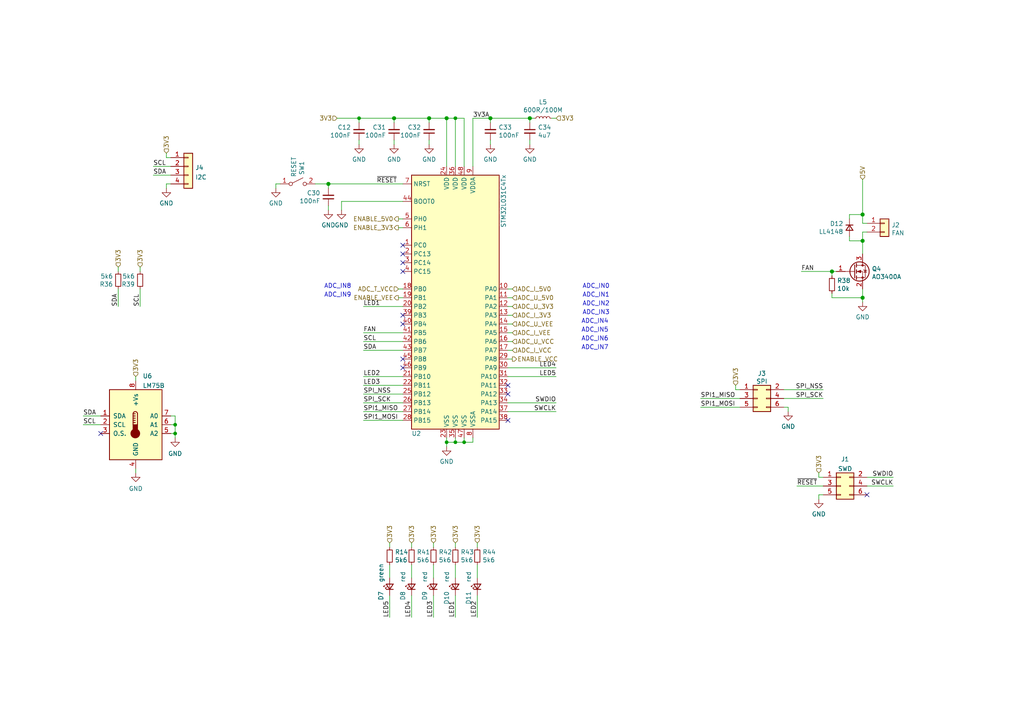
<source format=kicad_sch>
(kicad_sch (version 20211123) (generator eeschema)
  (paper "A4")
  (lib_symbols
    (symbol "Connector_Generic:Conn_01x02" (pin_names (offset 1.016) hide)
      (property "Reference" "J" (at 0 2.54 0))
      (property "Value" "Conn_01x02" (at 0 -5.08 0))
      (symbol "Conn_01x02_1_1"
        (rectangle (start -1.27 -2.413) (end 0 -2.667) (stroke (width 0.1524)))
        (rectangle (start -1.27 0.127) (end 0 -0.127) (stroke (width 0.1524)))
        (rectangle (start -1.27 1.27) (end 1.27 -3.81) (stroke (width 0.254)) (fill (type background)))
        (pin passive line (at -5.08 0 0) (length 3.81) (name "Pin_1") (number "1"))
        (pin passive line (at -5.08 -2.54 0) (length 3.81) (name "Pin_2") (number "2"))
      )
    )
    (symbol "Connector_Generic:Conn_01x04" (pin_names (offset 1.016) hide)
      (property "Reference" "J" (at 0 5.08 0))
      (property "Value" "Conn_01x04" (at 0 -7.62 0))
      (symbol "Conn_01x04_1_1"
        (rectangle (start -1.27 -4.953) (end 0 -5.207) (stroke (width 0.1524)))
        (rectangle (start -1.27 -2.413) (end 0 -2.667) (stroke (width 0.1524)))
        (rectangle (start -1.27 0.127) (end 0 -0.127) (stroke (width 0.1524)))
        (rectangle (start -1.27 2.667) (end 0 2.413) (stroke (width 0.1524)))
        (rectangle (start -1.27 3.81) (end 1.27 -6.35) (stroke (width 0.254)) (fill (type background)))
        (pin passive line (at -5.08 2.54 0) (length 3.81) (name "Pin_1") (number "1"))
        (pin passive line (at -5.08 0 0) (length 3.81) (name "Pin_2") (number "2"))
        (pin passive line (at -5.08 -2.54 0) (length 3.81) (name "Pin_3") (number "3"))
        (pin passive line (at -5.08 -5.08 0) (length 3.81) (name "Pin_4") (number "4"))
      )
    )
    (symbol "Connector_Generic:Conn_02x03_Odd_Even" (pin_names (offset 1.016) hide)
      (property "Reference" "J" (at 1.27 5.08 0))
      (property "Value" "Conn_02x03_Odd_Even" (at 1.27 -5.08 0))
      (symbol "Conn_02x03_Odd_Even_1_1"
        (rectangle (start -1.27 -2.413) (end 0 -2.667) (stroke (width 0.1524)))
        (rectangle (start -1.27 0.127) (end 0 -0.127) (stroke (width 0.1524)))
        (rectangle (start -1.27 2.667) (end 0 2.413) (stroke (width 0.1524)))
        (rectangle (start -1.27 3.81) (end 3.81 -3.81) (stroke (width 0.254)) (fill (type background)))
        (rectangle (start 3.81 -2.413) (end 2.54 -2.667) (stroke (width 0.1524)))
        (rectangle (start 3.81 0.127) (end 2.54 -0.127) (stroke (width 0.1524)))
        (rectangle (start 3.81 2.667) (end 2.54 2.413) (stroke (width 0.1524)))
        (pin passive line (at -5.08 2.54 0) (length 3.81) (name "Pin_1") (number "1"))
        (pin passive line (at 7.62 2.54 180) (length 3.81) (name "Pin_2") (number "2"))
        (pin passive line (at -5.08 0 0) (length 3.81) (name "Pin_3") (number "3"))
        (pin passive line (at 7.62 0 180) (length 3.81) (name "Pin_4") (number "4"))
        (pin passive line (at -5.08 -2.54 0) (length 3.81) (name "Pin_5") (number "5"))
        (pin passive line (at 7.62 -2.54 180) (length 3.81) (name "Pin_6") (number "6"))
      )
    )
    (symbol "Device:C_Small" (pin_numbers hide) (pin_names (offset 0.254) hide)
      (property "Reference" "C" (at 0.254 1.778 0))
      (property "Value" "C_Small" (at 0.254 -2.032 0))
      (symbol "C_Small_0_1"
        (polyline (pts (xy -1.524 -0.508) (xy 1.524 -0.508)) (stroke (width 0.3302)))
        (polyline (pts (xy -1.524 0.508) (xy 1.524 0.508)) (stroke (width 0.3048)))
      )
      (symbol "C_Small_1_1"
        (pin passive line (at 0 2.54 270) (length 2.032) (name "~") (number "1"))
        (pin passive line (at 0 -2.54 90) (length 2.032) (name "~") (number "2"))
      )
    )
    (symbol "Device:D_Small" (pin_numbers hide) (pin_names (offset 0.254) hide)
      (property "Reference" "D" (at -1.27 2.032 0))
      (property "Value" "D_Small" (at -3.81 -2.032 0))
      (symbol "D_Small_0_1"
        (polyline (pts (xy -0.762 -1.016) (xy -0.762 1.016)) (stroke (width 0.254)))
        (polyline (pts (xy -0.762 0) (xy 0.762 0)))
        (polyline (pts (xy 0.762 -1.016) (xy -0.762 0) (xy 0.762 1.016) (xy 0.762 -1.016)) (stroke (width 0.254)))
      )
      (symbol "D_Small_1_1"
        (pin passive line (at -2.54 0 0) (length 1.778) (name "K") (number "1"))
        (pin passive line (at 2.54 0 180) (length 1.778) (name "A") (number "2"))
      )
    )
    (symbol "Device:LED_Small" (pin_numbers hide) (pin_names (offset 0.254) hide)
      (property "Reference" "D" (at -1.27 3.175 0))
      (property "Value" "LED_Small" (at -4.445 -2.54 0))
      (symbol "LED_Small_0_1"
        (polyline (pts (xy -0.762 -1.016) (xy -0.762 1.016)) (stroke (width 0.254)))
        (polyline (pts (xy 1.016 0) (xy -0.762 0)))
        (polyline (pts (xy 0.762 -1.016) (xy -0.762 0) (xy 0.762 1.016) (xy 0.762 -1.016)) (stroke (width 0.254)))
        (polyline (pts (xy 0 0.762) (xy -0.508 1.27) (xy -0.254 1.27) (xy -0.508 1.27) (xy -0.508 1.016)))
        (polyline (pts (xy 0.508 1.27) (xy 0 1.778) (xy 0.254 1.778) (xy 0 1.778) (xy 0 1.524)))
      )
      (symbol "LED_Small_1_1"
        (pin passive line (at -2.54 0 0) (length 1.778) (name "K") (number "1"))
        (pin passive line (at 2.54 0 180) (length 1.778) (name "A") (number "2"))
      )
    )
    (symbol "Device:L_Small" (pin_numbers hide) (pin_names (offset 0.254) hide)
      (property "Reference" "L" (at 0.762 1.016 0))
      (property "Value" "L_Small" (at 0.762 -1.016 0))
      (symbol "L_Small_0_1"
        (arc (start 0 -2.032) (mid 0.508 -1.524) (end 0 -1.016))
        (arc (start 0 -1.016) (mid 0.508 -0.508) (end 0 0))
        (arc (start 0 0) (mid 0.508 0.508) (end 0 1.016))
        (arc (start 0 1.016) (mid 0.508 1.524) (end 0 2.032))
      )
      (symbol "L_Small_1_1"
        (pin passive line (at 0 2.54 270) (length 0.508) (name "~") (number "1"))
        (pin passive line (at 0 -2.54 90) (length 0.508) (name "~") (number "2"))
      )
    )
    (symbol "Device:Q_NMOS_GSD" (pin_names (offset 0) hide)
      (property "Reference" "Q" (at 5.08 1.27 0))
      (property "Value" "Q_NMOS_GSD" (at 5.08 -1.27 0))
      (symbol "Q_NMOS_GSD_0_1"
        (polyline (pts (xy 0.254 0) (xy -2.54 0)))
        (polyline (pts (xy 0.254 1.905) (xy 0.254 -1.905)) (stroke (width 0.254)))
        (polyline (pts (xy 0.762 -1.27) (xy 0.762 -2.286)) (stroke (width 0.254)))
        (polyline (pts (xy 0.762 0.508) (xy 0.762 -0.508)) (stroke (width 0.254)))
        (polyline (pts (xy 0.762 2.286) (xy 0.762 1.27)) (stroke (width 0.254)))
        (polyline (pts (xy 2.54 2.54) (xy 2.54 1.778)))
        (polyline (pts (xy 2.54 -2.54) (xy 2.54 0) (xy 0.762 0)))
        (polyline (pts (xy 0.762 -1.778) (xy 3.302 -1.778) (xy 3.302 1.778) (xy 0.762 1.778)))
        (polyline (pts (xy 1.016 0) (xy 2.032 0.381) (xy 2.032 -0.381) (xy 1.016 0)) (fill (type outline)))
        (polyline (pts (xy 2.794 0.508) (xy 2.921 0.381) (xy 3.683 0.381) (xy 3.81 0.254)))
        (polyline (pts (xy 3.302 0.381) (xy 2.921 -0.254) (xy 3.683 -0.254) (xy 3.302 0.381)))
        (circle (center 1.651 0) (radius 2.794) (stroke (width 0.254)))
        (circle (center 2.54 -1.778) (radius 0.254) (fill (type outline)))
        (circle (center 2.54 1.778) (radius 0.254) (fill (type outline)))
      )
      (symbol "Q_NMOS_GSD_1_1"
        (pin input line (at -5.08 0 0) (length 2.54) (name "G") (number "1"))
        (pin passive line (at 2.54 -5.08 90) (length 2.54) (name "S") (number "2"))
        (pin passive line (at 2.54 5.08 270) (length 2.54) (name "D") (number "3"))
      )
    )
    (symbol "Device:R_Small" (pin_numbers hide) (pin_names (offset 0.254) hide)
      (property "Reference" "R" (at 0.762 0.508 0))
      (property "Value" "R_Small" (at 0.762 -1.016 0))
      (symbol "R_Small_0_1"
        (rectangle (start -0.762 1.778) (end 0.762 -1.778) (stroke (width 0.2032)))
      )
      (symbol "R_Small_1_1"
        (pin passive line (at 0 2.54 270) (length 0.762) (name "~") (number "1"))
        (pin passive line (at 0 -2.54 90) (length 0.762) (name "~") (number "2"))
      )
    )
    (symbol "MCU_ST_STM32L0:STM32L031C4Tx"
      (property "Reference" "U" (at -12.7 36.83 0))
      (property "Value" "STM32L031C4Tx" (at 7.62 36.83 0))
      (symbol "STM32L031C4Tx_0_1"
        (rectangle (start -12.7 -38.1) (end 12.7 35.56) (stroke (width 0.254)) (fill (type background)))
      )
      (symbol "STM32L031C4Tx_1_1"
        (pin bidirectional line (at -15.24 15.24 0) (length 2.54) (name "PC0") (number "1"))
        (pin bidirectional line (at 15.24 2.54 180) (length 2.54) (name "PA0") (number "10"))
        (pin bidirectional line (at 15.24 0 180) (length 2.54) (name "PA1") (number "11"))
        (pin bidirectional line (at 15.24 -2.54 180) (length 2.54) (name "PA2") (number "12"))
        (pin bidirectional line (at 15.24 -5.08 180) (length 2.54) (name "PA3") (number "13"))
        (pin bidirectional line (at 15.24 -7.62 180) (length 2.54) (name "PA4") (number "14"))
        (pin bidirectional line (at 15.24 -10.16 180) (length 2.54) (name "PA5") (number "15"))
        (pin bidirectional line (at 15.24 -12.7 180) (length 2.54) (name "PA6") (number "16"))
        (pin bidirectional line (at 15.24 -15.24 180) (length 2.54) (name "PA7") (number "17"))
        (pin bidirectional line (at -15.24 2.54 0) (length 2.54) (name "PB0") (number "18"))
        (pin bidirectional line (at -15.24 0 0) (length 2.54) (name "PB1") (number "19"))
        (pin bidirectional line (at -15.24 12.7 0) (length 2.54) (name "PC13") (number "2"))
        (pin bidirectional line (at -15.24 -2.54 0) (length 2.54) (name "PB2") (number "20"))
        (pin bidirectional line (at -15.24 -22.86 0) (length 2.54) (name "PB10") (number "21"))
        (pin bidirectional line (at -15.24 -25.4 0) (length 2.54) (name "PB11") (number "22"))
        (pin power_in line (at -2.54 -40.64 90) (length 2.54) (name "VSS") (number "23"))
        (pin power_in line (at -2.54 38.1 270) (length 2.54) (name "VDD") (number "24"))
        (pin bidirectional line (at -15.24 -27.94 0) (length 2.54) (name "PB12") (number "25"))
        (pin bidirectional line (at -15.24 -30.48 0) (length 2.54) (name "PB13") (number "26"))
        (pin bidirectional line (at -15.24 -33.02 0) (length 2.54) (name "PB14") (number "27"))
        (pin bidirectional line (at -15.24 -35.56 0) (length 2.54) (name "PB15") (number "28"))
        (pin bidirectional line (at 15.24 -17.78 180) (length 2.54) (name "PA8") (number "29"))
        (pin bidirectional line (at -15.24 10.16 0) (length 2.54) (name "PC14") (number "3"))
        (pin bidirectional line (at 15.24 -20.32 180) (length 2.54) (name "PA9") (number "30"))
        (pin bidirectional line (at 15.24 -22.86 180) (length 2.54) (name "PA10") (number "31"))
        (pin bidirectional line (at 15.24 -25.4 180) (length 2.54) (name "PA11") (number "32"))
        (pin bidirectional line (at 15.24 -27.94 180) (length 2.54) (name "PA12") (number "33"))
        (pin bidirectional line (at 15.24 -30.48 180) (length 2.54) (name "PA13") (number "34"))
        (pin power_in line (at 0 -40.64 90) (length 2.54) (name "VSS") (number "35"))
        (pin power_in line (at 0 38.1 270) (length 2.54) (name "VDD") (number "36"))
        (pin bidirectional line (at 15.24 -33.02 180) (length 2.54) (name "PA14") (number "37"))
        (pin bidirectional line (at 15.24 -35.56 180) (length 2.54) (name "PA15") (number "38"))
        (pin bidirectional line (at -15.24 -5.08 0) (length 2.54) (name "PB3") (number "39"))
        (pin bidirectional line (at -15.24 7.62 0) (length 2.54) (name "PC15") (number "4"))
        (pin bidirectional line (at -15.24 -7.62 0) (length 2.54) (name "PB4") (number "40"))
        (pin bidirectional line (at -15.24 -10.16 0) (length 2.54) (name "PB5") (number "41"))
        (pin bidirectional line (at -15.24 -12.7 0) (length 2.54) (name "PB6") (number "42"))
        (pin bidirectional line (at -15.24 -15.24 0) (length 2.54) (name "PB7") (number "43"))
        (pin input line (at -15.24 27.94 0) (length 2.54) (name "BOOT0") (number "44"))
        (pin bidirectional line (at -15.24 -17.78 0) (length 2.54) (name "PB8") (number "45"))
        (pin bidirectional line (at -15.24 -20.32 0) (length 2.54) (name "PB9") (number "46"))
        (pin power_in line (at 2.54 -40.64 90) (length 2.54) (name "VSS") (number "47"))
        (pin power_in line (at 2.54 38.1 270) (length 2.54) (name "VDD") (number "48"))
        (pin input line (at -15.24 22.86 0) (length 2.54) (name "PH0") (number "5"))
        (pin input line (at -15.24 20.32 0) (length 2.54) (name "PH1") (number "6"))
        (pin input line (at -15.24 33.02 0) (length 2.54) (name "NRST") (number "7"))
        (pin power_in line (at 5.08 -40.64 90) (length 2.54) (name "VSSA") (number "8"))
        (pin power_in line (at 5.08 38.1 270) (length 2.54) (name "VDDA") (number "9"))
      )
    )
    (symbol "Sensor_Temperature:LM75B" (pin_names (offset 1.016))
      (property "Reference" "U" (at -6.35 11.43 0))
      (property "Value" "LM75B" (at 0 11.43 0))
      (symbol "LM75B_0_1"
        (rectangle (start -7.62 10.16) (end 7.62 -10.16) (stroke (width 0.254)) (fill (type background)))
        (circle (center -0.127 -2.54) (radius 1.27) (stroke (width 0.254)) (fill (type outline)))
        (polyline (pts (xy -0.762 0.635) (xy -0.127 0.635)) (stroke (width 0.254)))
        (polyline (pts (xy -0.762 1.27) (xy -0.127 1.27)) (stroke (width 0.254)))
        (polyline (pts (xy -0.762 1.905) (xy -0.127 1.905)) (stroke (width 0.254)))
        (polyline (pts (xy -0.762 2.54) (xy -0.127 2.54)) (stroke (width 0.254)))
        (polyline (pts (xy -0.762 3.175) (xy -0.762 0)) (stroke (width 0.254)))
        (polyline (pts (xy -0.762 3.175) (xy -0.127 3.175)) (stroke (width 0.254)))
        (polyline (pts (xy 0.508 3.175) (xy 0.508 0)) (stroke (width 0.254)))
        (rectangle (start 0.508 -1.905) (end -0.762 0) (stroke (width 0.254)) (fill (type outline)))
        (arc (start 0.508 3.175) (mid -0.127 3.81) (end -0.762 3.175) (stroke (width 0.254)))
      )
      (symbol "LM75B_1_1"
        (pin bidirectional line (at -10.16 2.54 0) (length 2.54) (name "SDA") (number "1"))
        (pin input line (at -10.16 0 0) (length 2.54) (name "SCL") (number "2"))
        (pin open_collector line (at -10.16 -2.54 0) (length 2.54) (name "O.S.") (number "3"))
        (pin power_in line (at 0 -12.7 90) (length 2.54) (name "GND") (number "4"))
        (pin input line (at 10.16 -2.54 180) (length 2.54) (name "A2") (number "5"))
        (pin input line (at 10.16 0 180) (length 2.54) (name "A1") (number "6"))
        (pin input line (at 10.16 2.54 180) (length 2.54) (name "A0") (number "7"))
        (pin power_in line (at 0 12.7 270) (length 2.54) (name "+Vs") (number "8"))
      )
    )
    (symbol "Switch:SW_SPST" (pin_names (offset 0) hide)
      (property "Reference" "SW" (at 0 3.175 0))
      (property "Value" "SW_SPST" (at 0 -2.54 0))
      (symbol "SW_SPST_0_0"
        (circle (center -2.032 0) (radius 0.508))
        (polyline (pts (xy -1.524 0.254) (xy 1.524 1.778)))
        (circle (center 2.032 0) (radius 0.508))
      )
      (symbol "SW_SPST_1_1"
        (pin passive line (at -5.08 0 0) (length 2.54) (name "A") (number "1"))
        (pin passive line (at 5.08 0 180) (length 2.54) (name "B") (number "2"))
      )
    )
    (symbol "power:GND" (power) (pin_names (offset 0))
      (property "Value" "GND" (at 0 -3.81 0))
      (symbol "GND_0_1"
        (polyline (pts (xy 0 0) (xy 0 -1.27) (xy 1.27 -1.27) (xy 0 -2.54) (xy -1.27 -1.27) (xy 0 -1.27)))
      )
      (symbol "GND_1_1"
        (pin power_in line (at 0 0 270) (length 0) hide (name "GND") (number "1"))
      )
    )
  )
  (junction (at 142.24 34.29) (diameter 1.016))
  (junction (at 50.8 123.19))
  (junction (at 114.3 34.29) (diameter 1.016))
  (junction (at 129.54 34.29) (diameter 1.016))
  (junction (at 250.19 69.85) (diameter 1.016))
  (junction (at 124.46 34.29) (diameter 1.016))
  (junction (at 134.62 128.27))
  (junction (at 241.3 78.74) (diameter 1.016))
  (junction (at 129.54 128.27))
  (junction (at 250.19 62.23) (diameter 1.016))
  (junction (at 132.08 128.27))
  (junction (at 132.08 34.29))
  (junction (at 50.8 125.73))
  (junction (at 250.19 86.36) (diameter 1.016))
  (junction (at 104.14 34.29))
  (junction (at 95.25 53.34) (diameter 1.016))
  (junction (at 153.67 34.29) (diameter 1.016))
  (no_connect (at 251.46 143.51))
  (no_connect (at 116.84 93.98))
  (no_connect (at 116.84 104.14))
  (no_connect (at 116.84 106.68))
  (no_connect (at 147.32 121.92))
  (no_connect (at 116.84 71.12))
  (no_connect (at 116.84 73.66))
  (no_connect (at 116.84 76.2))
  (no_connect (at 116.84 78.74))
  (no_connect (at 116.84 91.44))
  (no_connect (at 147.32 111.76))
  (no_connect (at 147.32 114.3))
  (no_connect (at 29.21 125.73))
  (wire (pts (xy 134.62 127) (xy 134.62 128.27)))
  (wire (pts (xy 24.13 123.19) (xy 29.21 123.19)))
  (wire (pts (xy 125.73 163.83) (xy 125.73 167.64)))
  (wire (pts (xy 105.41 121.92) (xy 116.84 121.92)))
  (wire (pts (xy 124.46 34.29) (xy 124.46 35.56)))
  (wire (pts (xy 213.36 111.76) (xy 213.36 113.03)))
  (wire (pts (xy 214.63 113.03) (xy 213.36 113.03)))
  (wire (pts (xy 132.08 128.27) (xy 134.62 128.27)))
  (wire (pts (xy 105.41 116.84) (xy 116.84 116.84)))
  (wire (pts (xy 34.29 77.47) (xy 34.29 78.74)))
  (wire (pts (xy 138.43 157.48) (xy 138.43 158.75)))
  (wire (pts (xy 104.14 34.29) (xy 114.3 34.29)))
  (wire (pts (xy 231.14 140.97) (xy 238.76 140.97)))
  (wire (pts (xy 241.3 86.36) (xy 250.19 86.36)))
  (wire (pts (xy 241.3 78.74) (xy 242.57 78.74)))
  (wire (pts (xy 138.43 163.83) (xy 138.43 167.64)))
  (wire (pts (xy 39.37 135.89) (xy 39.37 137.16)))
  (wire (pts (xy 48.26 45.72) (xy 49.53 45.72)))
  (wire (pts (xy 250.19 83.82) (xy 250.19 86.36)))
  (wire (pts (xy 147.32 91.44) (xy 148.59 91.44)))
  (wire (pts (xy 99.06 58.42) (xy 116.84 58.42)))
  (wire (pts (xy 99.06 60.96) (xy 99.06 58.42)))
  (wire (pts (xy 49.53 123.19) (xy 50.8 123.19)))
  (wire (pts (xy 137.16 128.27) (xy 137.16 127)))
  (wire (pts (xy 132.08 163.83) (xy 132.08 167.64)))
  (wire (pts (xy 48.26 53.34) (xy 49.53 53.34)))
  (wire (pts (xy 49.53 125.73) (xy 50.8 125.73)))
  (wire (pts (xy 113.03 172.72) (xy 113.03 179.07)))
  (wire (pts (xy 124.46 40.64) (xy 124.46 41.91)))
  (wire (pts (xy 105.41 109.22) (xy 116.84 109.22)))
  (wire (pts (xy 24.13 120.65) (xy 29.21 120.65)))
  (wire (pts (xy 238.76 115.57) (xy 227.33 115.57)))
  (wire (pts (xy 147.32 106.68) (xy 161.29 106.68)))
  (wire (pts (xy 142.24 34.29) (xy 153.67 34.29)))
  (wire (pts (xy 147.32 93.98) (xy 148.59 93.98)))
  (wire (pts (xy 251.46 138.43) (xy 259.08 138.43)))
  (wire (pts (xy 203.2 115.57) (xy 214.63 115.57)))
  (wire (pts (xy 119.38 172.72) (xy 119.38 179.07)))
  (wire (pts (xy 132.08 172.72) (xy 132.08 179.07)))
  (wire (pts (xy 80.01 53.34) (xy 81.28 53.34)))
  (wire (pts (xy 80.01 54.61) (xy 80.01 53.34)))
  (wire (pts (xy 147.32 88.9) (xy 148.59 88.9)))
  (wire (pts (xy 115.57 66.04) (xy 116.84 66.04)))
  (wire (pts (xy 237.49 138.43) (xy 237.49 137.16)))
  (wire (pts (xy 232.41 78.74) (xy 241.3 78.74)))
  (wire (pts (xy 113.03 157.48) (xy 113.03 158.75)))
  (wire (pts (xy 137.16 34.29) (xy 137.16 48.26)))
  (wire (pts (xy 104.14 40.64) (xy 104.14 41.91)))
  (wire (pts (xy 147.32 104.14) (xy 148.59 104.14)))
  (wire (pts (xy 50.8 120.65) (xy 50.8 123.19)))
  (wire (pts (xy 250.19 62.23) (xy 250.19 64.77)))
  (wire (pts (xy 250.19 64.77) (xy 251.46 64.77)))
  (wire (pts (xy 97.79 34.29) (xy 104.14 34.29)))
  (wire (pts (xy 142.24 34.29) (xy 142.24 35.56)))
  (wire (pts (xy 250.19 86.36) (xy 250.19 87.63)))
  (wire (pts (xy 147.32 109.22) (xy 161.29 109.22)))
  (wire (pts (xy 129.54 127) (xy 129.54 128.27)))
  (wire (pts (xy 40.64 77.47) (xy 40.64 78.74)))
  (wire (pts (xy 115.57 86.36) (xy 116.84 86.36)))
  (wire (pts (xy 114.3 40.64) (xy 114.3 41.91)))
  (wire (pts (xy 91.44 53.34) (xy 95.25 53.34)))
  (wire (pts (xy 250.19 67.31) (xy 250.19 69.85)))
  (wire (pts (xy 250.19 69.85) (xy 250.19 73.66)))
  (wire (pts (xy 40.64 83.82) (xy 40.64 88.9)))
  (wire (pts (xy 129.54 128.27) (xy 129.54 129.54)))
  (wire (pts (xy 237.49 143.51) (xy 237.49 144.78)))
  (wire (pts (xy 147.32 119.38) (xy 161.29 119.38)))
  (wire (pts (xy 147.32 83.82) (xy 148.59 83.82)))
  (wire (pts (xy 125.73 157.48) (xy 125.73 158.75)))
  (wire (pts (xy 238.76 138.43) (xy 237.49 138.43)))
  (wire (pts (xy 153.67 34.29) (xy 154.94 34.29)))
  (wire (pts (xy 95.25 59.69) (xy 95.25 60.96)))
  (wire (pts (xy 114.3 34.29) (xy 114.3 35.56)))
  (wire (pts (xy 124.46 34.29) (xy 114.3 34.29)))
  (wire (pts (xy 129.54 34.29) (xy 124.46 34.29)))
  (wire (pts (xy 129.54 48.26) (xy 129.54 34.29)))
  (wire (pts (xy 50.8 123.19) (xy 50.8 125.73)))
  (wire (pts (xy 138.43 172.72) (xy 138.43 179.07)))
  (wire (pts (xy 125.73 172.72) (xy 125.73 179.07)))
  (wire (pts (xy 105.41 88.9) (xy 116.84 88.9)))
  (wire (pts (xy 115.57 83.82) (xy 116.84 83.82)))
  (wire (pts (xy 153.67 34.29) (xy 153.67 35.56)))
  (wire (pts (xy 104.14 34.29) (xy 104.14 35.56)))
  (wire (pts (xy 132.08 34.29) (xy 129.54 34.29)))
  (wire (pts (xy 132.08 48.26) (xy 132.08 34.29)))
  (wire (pts (xy 132.08 127) (xy 132.08 128.27)))
  (wire (pts (xy 95.25 54.61) (xy 95.25 53.34)))
  (wire (pts (xy 105.41 119.38) (xy 116.84 119.38)))
  (wire (pts (xy 147.32 99.06) (xy 148.59 99.06)))
  (wire (pts (xy 147.32 116.84) (xy 161.29 116.84)))
  (wire (pts (xy 44.45 48.26) (xy 49.53 48.26)))
  (wire (pts (xy 105.41 96.52) (xy 116.84 96.52)))
  (wire (pts (xy 49.53 120.65) (xy 50.8 120.65)))
  (wire (pts (xy 95.25 53.34) (xy 116.84 53.34)))
  (wire (pts (xy 48.26 54.61) (xy 48.26 53.34)))
  (wire (pts (xy 50.8 125.73) (xy 50.8 127)))
  (wire (pts (xy 241.3 85.09) (xy 241.3 86.36)))
  (wire (pts (xy 250.19 52.07) (xy 250.19 62.23)))
  (wire (pts (xy 113.03 163.83) (xy 113.03 167.64)))
  (wire (pts (xy 147.32 101.6) (xy 148.59 101.6)))
  (wire (pts (xy 39.37 109.22) (xy 39.37 110.49)))
  (wire (pts (xy 132.08 34.29) (xy 134.62 34.29)))
  (wire (pts (xy 115.57 63.5) (xy 116.84 63.5)))
  (wire (pts (xy 48.26 44.45) (xy 48.26 45.72)))
  (wire (pts (xy 241.3 80.01) (xy 241.3 78.74)))
  (wire (pts (xy 147.32 96.52) (xy 148.59 96.52)))
  (wire (pts (xy 105.41 101.6) (xy 116.84 101.6)))
  (wire (pts (xy 132.08 157.48) (xy 132.08 158.75)))
  (wire (pts (xy 129.54 128.27) (xy 132.08 128.27)))
  (wire (pts (xy 134.62 48.26) (xy 134.62 34.29)))
  (wire (pts (xy 160.02 34.29) (xy 161.29 34.29)))
  (wire (pts (xy 227.33 118.11) (xy 228.6 118.11)))
  (wire (pts (xy 228.6 118.11) (xy 228.6 119.38)))
  (wire (pts (xy 246.38 68.58) (xy 246.38 69.85)))
  (wire (pts (xy 246.38 69.85) (xy 250.19 69.85)))
  (wire (pts (xy 147.32 86.36) (xy 148.59 86.36)))
  (wire (pts (xy 119.38 157.48) (xy 119.38 158.75)))
  (wire (pts (xy 119.38 163.83) (xy 119.38 167.64)))
  (wire (pts (xy 203.2 118.11) (xy 214.63 118.11)))
  (wire (pts (xy 251.46 67.31) (xy 250.19 67.31)))
  (wire (pts (xy 105.41 111.76) (xy 116.84 111.76)))
  (wire (pts (xy 238.76 113.03) (xy 227.33 113.03)))
  (wire (pts (xy 238.76 143.51) (xy 237.49 143.51)))
  (wire (pts (xy 134.62 128.27) (xy 137.16 128.27)))
  (wire (pts (xy 153.67 41.91) (xy 153.67 40.64)))
  (wire (pts (xy 142.24 40.64) (xy 142.24 41.91)))
  (wire (pts (xy 246.38 62.23) (xy 246.38 63.5)))
  (wire (pts (xy 250.19 62.23) (xy 246.38 62.23)))
  (wire (pts (xy 34.29 83.82) (xy 34.29 88.9)))
  (wire (pts (xy 251.46 140.97) (xy 259.08 140.97)))
  (wire (pts (xy 137.16 34.29) (xy 142.24 34.29)))
  (wire (pts (xy 105.41 99.06) (xy 116.84 99.06)))
  (wire (pts (xy 44.45 50.8) (xy 49.53 50.8)))
  (wire (pts (xy 105.41 114.3) (xy 116.84 114.3)))
  (text "ADC_IN7" (at 176.53 101.6 180) (effects (font (size 1.27 1.27)) (justify right bottom)))
  (text "ADC_IN6" (at 176.53 99.06 180) (effects (font (size 1.27 1.27)) (justify right bottom)))
  (text "ADC_IN3" (at 168.91 91.44 0) (effects (font (size 1.27 1.27)) (justify left bottom)))
  (text "ADC_IN4" (at 176.53 93.98 180) (effects (font (size 1.27 1.27)) (justify right bottom)))
  (text "ADC_IN5" (at 176.53 96.52 180) (effects (font (size 1.27 1.27)) (justify right bottom)))
  (text "ADC_IN0" (at 168.91 83.82 0) (effects (font (size 1.27 1.27)) (justify left bottom)))
  (text "ADC_IN8" (at 93.98 83.82 0) (effects (font (size 1.27 1.27)) (justify left bottom)))
  (text "ADC_IN9" (at 93.98 86.36 0) (effects (font (size 1.27 1.27)) (justify left bottom)))
  (text "ADC_IN2" (at 168.91 88.9 0) (effects (font (size 1.27 1.27)) (justify left bottom)))
  (text "ADC_IN1" (at 168.91 86.36 0) (effects (font (size 1.27 1.27)) (justify left bottom)))
  (label "SPI_NSS" (at 238.76 113.03 180))
  (label "SCL" (at 44.45 48.26 0))
  (label "FAN" (at 105.41 96.52 0))
  (label "LED3" (at 105.41 111.76 0))
  (label "SCL" (at 40.64 88.9 90))
  (label "~{RESET}" (at 231.14 140.97 0))
  (label "SDA" (at 105.41 101.6 0))
  (label "~{RESET}" (at 109.22 53.34 0))
  (label "LED5" (at 113.03 179.07 90))
  (label "SPI_SCK" (at 105.41 116.84 0))
  (label "SWDIO" (at 259.08 138.43 180))
  (label "FAN" (at 232.41 78.74 0))
  (label "SCL" (at 24.13 123.19 0))
  (label "SDA" (at 44.45 50.8 0))
  (label "SPI_SCK" (at 238.76 115.57 180))
  (label "SWCLK" (at 259.08 140.97 180))
  (label "LED2" (at 138.43 179.07 90))
  (label "SPI1_MISO" (at 203.2 115.57 0))
  (label "LED4" (at 161.29 106.68 180))
  (label "SDA" (at 24.13 120.65 0))
  (label "SPI1_MOSI" (at 105.41 121.92 0))
  (label "LED4" (at 119.38 179.07 90))
  (label "SDA" (at 34.29 88.9 90))
  (label "LED1" (at 132.08 179.07 90))
  (label "SWDIO" (at 161.29 116.84 180))
  (label "LED1" (at 105.41 88.9 0))
  (label "SPI1_MISO" (at 105.41 119.38 0))
  (label "SPI1_MOSI" (at 203.2 118.11 0))
  (label "LED5" (at 161.29 109.22 180))
  (label "SCL" (at 105.41 99.06 0))
  (label "LED2" (at 105.41 109.22 0))
  (label "3V3A" (at 137.16 34.29 0))
  (label "LED3" (at 125.73 179.07 90))
  (label "SPI_NSS" (at 105.41 114.3 0))
  (label "SWCLK" (at 161.29 119.38 180))
  (hierarchical_label "ADC_U_VEE" (shape input) (at 148.59 93.98 0))
  (hierarchical_label "3V3" (shape input) (at 40.64 77.47 90))
  (hierarchical_label "3V3" (shape input) (at 161.29 34.29 0))
  (hierarchical_label "ENABLE_VEE" (shape output) (at 115.57 86.36 180))
  (hierarchical_label "3V3" (shape input) (at 132.08 157.48 90))
  (hierarchical_label "3V3" (shape input) (at 34.29 77.47 90))
  (hierarchical_label "3V3" (shape input) (at 97.79 34.29 180))
  (hierarchical_label "ENABLE_5V0" (shape output) (at 115.57 63.5 180))
  (hierarchical_label "ADC_T_VCC" (shape input) (at 115.57 83.82 180))
  (hierarchical_label "ENABLE_3V3" (shape output) (at 115.57 66.04 180))
  (hierarchical_label "3V3" (shape input) (at 39.37 109.22 90))
  (hierarchical_label "ADC_I_VEE" (shape input) (at 148.59 96.52 0))
  (hierarchical_label "3V3" (shape input) (at 48.26 44.45 90))
  (hierarchical_label "3V3" (shape input) (at 138.43 157.48 90))
  (hierarchical_label "ADC_U_VCC" (shape input) (at 148.59 99.06 0))
  (hierarchical_label "ADC_I_3V3" (shape input) (at 148.59 91.44 0))
  (hierarchical_label "ADC_U_3V3" (shape input) (at 148.59 88.9 0))
  (hierarchical_label "3V3" (shape input) (at 213.36 111.76 90))
  (hierarchical_label "ENABLE_VCC" (shape output) (at 148.59 104.14 0))
  (hierarchical_label "3V3" (shape input) (at 125.73 157.48 90))
  (hierarchical_label "3V3" (shape input) (at 119.38 157.48 90))
  (hierarchical_label "ADC_I_VCC" (shape input) (at 148.59 101.6 0))
  (hierarchical_label "ADC_U_5V0" (shape input) (at 148.59 86.36 0))
  (hierarchical_label "5V" (shape input) (at 250.19 52.07 90))
  (hierarchical_label "3V3" (shape input) (at 237.49 137.16 90))
  (hierarchical_label "ADC_I_5V0" (shape input) (at 148.59 83.82 0))
  (hierarchical_label "3V3" (shape input) (at 113.03 157.48 90))
  (symbol (lib_id "Device:R_Small") (at 40.64 81.28 180) (unit 1)
    (property "Reference" "R39" (at 39.1414 82.4484 0) (effects (justify left)))
    (property "Value" "5k6" (at 39.1414 80.137 0) (effects (justify left)))
    (property "Footprint" "Resistor_SMD:R_0603_1608Metric" (effects hide))
    (property "LCSC" "C23189" (effects hide))
  )
  (symbol (lib_id "power:GND") (at 39.37 137.16 0) (unit 1)
    (property "Reference" "#PWR0127" (effects hide))
    (property "Value" "GND" (at 39.37 141.7225 0))
  )
  (symbol (lib_id "power:GND") (at 50.8 127 0) (unit 1)
    (property "Reference" "#PWR0121" (effects hide))
    (property "Value" "GND" (at 50.8 131.5625 0))
  )
  (symbol (lib_id "power:GND") (at 95.25 60.96 0) (unit 1)
    (property "Reference" "#PWR0174" (effects hide))
    (property "Value" "GND" (at 95.25 65.2844 0))
  )
  (symbol (lib_id "Device:C_Small") (at 114.3 38.1 0) (mirror x) (unit 1)
    (property "Reference" "C31" (at 111.9632 36.9316 0) (effects (justify right)))
    (property "Value" "100nF" (at 111.9632 39.243 0) (effects (justify right)))
    (property "Footprint" "Capacitor_SMD:C_0603_1608Metric" (effects hide))
    (property "LCSC" "C14663" (effects hide))
  )
  (symbol (lib_id "Device:Q_NMOS_GSD") (at 247.65 78.74 0) (unit 1)
    (property "Reference" "Q4" (at 252.8571 77.9791 0) (effects (justify left)))
    (property "Value" "AO3400A" (at 252.8571 80.2778 0) (effects (justify left)))
    (property "Footprint" "Package_TO_SOT_SMD:TSOT-23" (effects hide))
    (property "LCSC" "C20917" (effects hide))
  )
  (symbol (lib_id "power:GND") (at 153.67 41.91 0) (unit 1)
    (property "Reference" "#PWR0139" (effects hide))
    (property "Value" "GND" (at 153.67 46.2344 0))
  )
  (symbol (lib_id "Switch:SW_SPST") (at 86.36 53.34 0) (unit 1)
    (property "Reference" "SW1" (at 87.5284 46.6852 90) (effects (justify right)))
    (property "Value" "RESET" (at 85.217 45.4152 90) (effects (justify right)))
    (property "Footprint" "Button_Switch_SMD:SW_SPST_B3U-1000P" (effects hide))
    (property "LCSC" "C231329" (effects hide))
  )
  (symbol (lib_id "power:GND") (at 114.3 41.91 0) (unit 1)
    (property "Reference" "#PWR0176" (effects hide))
    (property "Value" "GND" (at 114.3 46.2344 0))
  )
  (symbol (lib_id "Device:LED_Small") (at 119.38 170.18 90) (unit 1)
    (property "Reference" "D8" (at 116.84 171.45 0) (effects (justify right)))
    (property "Value" "red" (at 116.84 168.91 0) (effects (justify left)))
    (property "Footprint" "LED_SMD:LED_0603_1608Metric" (effects hide))
    (property "LCSC" "C2286" (effects hide))
  )
  (symbol (lib_id "power:GND") (at 129.54 129.54 0) (unit 1)
    (property "Reference" "#PWR0172" (effects hide))
    (property "Value" "GND" (at 129.54 133.8644 0))
  )
  (symbol (lib_id "Device:LED_Small") (at 132.08 170.18 90) (unit 1)
    (property "Reference" "D10" (at 129.54 171.45 0) (effects (justify right)))
    (property "Value" "red" (at 129.54 168.91 0) (effects (justify left)))
    (property "Footprint" "LED_SMD:LED_0603_1608Metric" (effects hide))
    (property "LCSC" "C2286" (effects hide))
  )
  (symbol (lib_id "Connector_Generic:Conn_02x03_Odd_Even") (at 243.84 140.97 0) (unit 1)
    (property "Reference" "J1" (at 245.11 133.1935 0))
    (property "Value" "SWD" (at 245.11 135.9686 0))
    (property "Footprint" "Connector_PinHeader_2.54mm:PinHeader_2x03_P2.54mm_Vertical" (effects hide))
  )
  (symbol (lib_id "power:GND") (at 80.01 54.61 0) (unit 1)
    (property "Reference" "#PWR0175" (effects hide))
    (property "Value" "GND" (at 80.01 58.9344 0))
  )
  (symbol (lib_id "Connector_Generic:Conn_01x04") (at 54.61 48.26 0) (unit 1)
    (property "Reference" "J4" (at 56.642 48.6215 0) (effects (justify left)))
    (property "Value" "I2C" (at 56.642 51.3966 0) (effects (justify left)))
    (property "Footprint" "Connector_PinHeader_2.54mm:PinHeader_1x04_P2.54mm_Vertical" (effects hide))
  )
  (symbol (lib_id "power:GND") (at 99.06 60.96 0) (unit 1)
    (property "Reference" "#PWR0173" (effects hide))
    (property "Value" "GND" (at 99.06 65.2844 0))
  )
  (symbol (lib_id "Device:C_Small") (at 124.46 38.1 0) (mirror x) (unit 1)
    (property "Reference" "C32" (at 122.1232 36.9316 0) (effects (justify right)))
    (property "Value" "100nF" (at 122.1232 39.243 0) (effects (justify right)))
    (property "Footprint" "Capacitor_SMD:C_0603_1608Metric" (effects hide))
    (property "LCSC" "C14663" (effects hide))
  )
  (symbol (lib_id "Device:R_Small") (at 125.73 161.29 0) (unit 1)
    (property "Reference" "R42" (at 127.2286 160.1216 0) (effects (justify left)))
    (property "Value" "5k6" (at 127.2286 162.433 0) (effects (justify left)))
    (property "Footprint" "Resistor_SMD:R_0603_1608Metric" (effects hide))
    (property "LCSC" "C23189" (effects hide))
  )
  (symbol (lib_id "Device:R_Small") (at 132.08 161.29 0) (unit 1)
    (property "Reference" "R43" (at 133.5786 160.1216 0) (effects (justify left)))
    (property "Value" "5k6" (at 133.5786 162.433 0) (effects (justify left)))
    (property "Footprint" "Resistor_SMD:R_0603_1608Metric" (effects hide))
    (property "LCSC" "C23189" (effects hide))
  )
  (symbol (lib_id "Sensor_Temperature:LM75B") (at 39.37 123.19 0) (unit 1)
    (property "Reference" "U6" (at 41.3894 109.0635 0) (effects (justify left)))
    (property "Value" "LM75B" (at 41.3894 111.8386 0) (effects (justify left)))
    (property "Footprint" "Package_SO:SOIC-8_3.9x4.9mm_P1.27mm" (effects hide))
    (property "Datasheet" "http://www.ti.com/lit/ds/symlink/lm75b.pdf" (effects hide))
  )
  (symbol (lib_id "Device:C_Small") (at 104.14 38.1 0) (mirror x) (unit 1)
    (property "Reference" "C12" (at 101.8032 36.9316 0) (effects (justify right)))
    (property "Value" "100nF" (at 101.8032 39.243 0) (effects (justify right)))
    (property "Footprint" "Capacitor_SMD:C_0603_1608Metric" (effects hide))
    (property "LCSC" "C14663" (effects hide))
  )
  (symbol (lib_id "Device:C_Small") (at 142.24 38.1 180) (unit 1)
    (property "Reference" "C33" (at 144.5768 36.9316 0) (effects (justify right)))
    (property "Value" "100nF" (at 144.5768 39.243 0) (effects (justify right)))
    (property "Footprint" "Capacitor_SMD:C_0603_1608Metric" (effects hide))
    (property "LCSC" "C14663" (effects hide))
  )
  (symbol (lib_id "Device:LED_Small") (at 113.03 170.18 90) (unit 1)
    (property "Reference" "D7" (at 110.49 171.45 0) (effects (justify right)))
    (property "Value" "green" (at 110.49 168.91 0) (effects (justify left)))
    (property "Footprint" "LED_SMD:LED_0603_1608Metric" (effects hide))
    (property "LCSC" "C72043" (effects hide))
  )
  (symbol (lib_id "Device:R_Small") (at 138.43 161.29 0) (unit 1)
    (property "Reference" "R44" (at 139.9286 160.1216 0) (effects (justify left)))
    (property "Value" "5k6" (at 139.9286 162.433 0) (effects (justify left)))
    (property "Footprint" "Resistor_SMD:R_0603_1608Metric" (effects hide))
    (property "LCSC" "C23189" (effects hide))
  )
  (symbol (lib_id "power:GND") (at 104.14 41.91 0) (unit 1)
    (property "Reference" "#PWR0119" (effects hide))
    (property "Value" "GND" (at 104.14 46.2344 0))
  )
  (symbol (lib_id "Connector_Generic:Conn_01x02") (at 256.54 64.77 0) (unit 1)
    (property "Reference" "J2" (at 258.5721 65.2791 0) (effects (justify left)))
    (property "Value" "FAN" (at 258.5721 67.5778 0) (effects (justify left)))
    (property "Footprint" "Connector_Molex:Molex_KK-254_AE-6410-02A_1x02_P2.54mm_Vertical" (effects hide))
  )
  (symbol (lib_id "Device:R_Small") (at 241.3 82.55 0) (unit 1)
    (property "Reference" "R38" (at 242.7986 81.3816 0) (effects (justify left)))
    (property "Value" "10k" (at 242.7986 83.693 0) (effects (justify left)))
    (property "Footprint" "Resistor_SMD:R_0603_1608Metric" (effects hide))
    (property "LCSC" "C25804" (effects hide))
  )
  (symbol (lib_id "Device:LED_Small") (at 125.73 170.18 90) (unit 1)
    (property "Reference" "D9" (at 123.19 171.45 0) (effects (justify right)))
    (property "Value" "red" (at 123.19 168.91 0) (effects (justify left)))
    (property "Footprint" "LED_SMD:LED_0603_1608Metric" (effects hide))
    (property "LCSC" "C2286" (effects hide))
  )
  (symbol (lib_id "power:GND") (at 124.46 41.91 0) (unit 1)
    (property "Reference" "#PWR0177" (effects hide))
    (property "Value" "GND" (at 124.46 46.2344 0))
  )
  (symbol (lib_id "power:GND") (at 142.24 41.91 0) (unit 1)
    (property "Reference" "#PWR0170" (effects hide))
    (property "Value" "GND" (at 142.24 46.2344 0))
  )
  (symbol (lib_id "Device:R_Small") (at 34.29 81.28 180) (unit 1)
    (property "Reference" "R36" (at 32.7914 82.4484 0) (effects (justify left)))
    (property "Value" "5k6" (at 32.7914 80.137 0) (effects (justify left)))
    (property "Footprint" "Resistor_SMD:R_0603_1608Metric" (effects hide))
    (property "LCSC" "C23189" (effects hide))
  )
  (symbol (lib_id "Device:R_Small") (at 119.38 161.29 0) (unit 1)
    (property "Reference" "R41" (at 120.8786 160.1216 0) (effects (justify left)))
    (property "Value" "5k6" (at 120.8786 162.433 0) (effects (justify left)))
    (property "Footprint" "Resistor_SMD:R_0603_1608Metric" (effects hide))
    (property "LCSC" "C23189" (effects hide))
  )
  (symbol (lib_id "Connector_Generic:Conn_02x03_Odd_Even") (at 219.71 115.57 0) (unit 1)
    (property "Reference" "J3" (at 220.98 108.3268 0))
    (property "Value" "SPI" (at 220.98 110.6255 0))
    (property "Footprint" "Connector_PinHeader_2.54mm:PinHeader_2x03_P2.54mm_Vertical" (effects hide))
  )
  (symbol (lib_id "Device:R_Small") (at 113.03 161.29 0) (unit 1)
    (property "Reference" "R14" (at 114.5286 160.1216 0) (effects (justify left)))
    (property "Value" "5k6" (at 114.5286 162.433 0) (effects (justify left)))
    (property "Footprint" "Resistor_SMD:R_0603_1608Metric" (effects hide))
    (property "LCSC" "C23189" (effects hide))
  )
  (symbol (lib_id "power:GND") (at 228.6 119.38 0) (unit 1)
    (property "Reference" "#PWR0190" (effects hide))
    (property "Value" "GND" (at 228.6 123.7044 0))
  )
  (symbol (lib_id "Device:LED_Small") (at 138.43 170.18 90) (unit 1)
    (property "Reference" "D11" (at 135.89 171.45 0) (effects (justify right)))
    (property "Value" "red" (at 135.89 168.91 0) (effects (justify left)))
    (property "Footprint" "LED_SMD:LED_0603_1608Metric" (effects hide))
    (property "LCSC" "C2286" (effects hide))
  )
  (symbol (lib_id "Device:D_Small") (at 246.38 66.04 90) (mirror x) (unit 1)
    (property "Reference" "D12" (at 244.602 64.8716 90) (effects (justify left)))
    (property "Value" "LL4148" (at 244.602 67.183 90) (effects (justify left)))
    (property "Footprint" "Diode_SMD:D_MiniMELF" (effects hide))
    (property "LCSC" "C9808" (effects hide))
  )
  (symbol (lib_id "Device:C_Small") (at 95.25 57.15 0) (mirror x) (unit 1)
    (property "Reference" "C30" (at 92.9132 55.9816 0) (effects (justify right)))
    (property "Value" "100nF" (at 92.9132 58.293 0) (effects (justify right)))
    (property "Footprint" "Capacitor_SMD:C_0603_1608Metric" (effects hide))
    (property "LCSC" "C14663" (effects hide))
  )
  (symbol (lib_id "power:GND") (at 250.19 87.63 0) (unit 1)
    (property "Reference" "#PWR0189" (effects hide))
    (property "Value" "GND" (at 250.19 91.9544 0))
  )
  (symbol (lib_id "Device:C_Small") (at 153.67 38.1 0) (unit 1)
    (property "Reference" "C34" (at 156.0068 36.9316 0) (effects (justify left)))
    (property "Value" "4u7" (at 156.0068 39.243 0) (effects (justify left)))
    (property "Footprint" "Capacitor_SMD:C_0805_2012Metric" (effects hide))
    (property "LCSC" "C1779" (effects hide))
  )
  (symbol (lib_id "Device:L_Small") (at 157.48 34.29 90) (unit 1)
    (property "Reference" "L5" (at 157.48 29.591 90))
    (property "Value" "600R/100M" (at 157.48 31.9024 90))
    (property "Footprint" "Inductor_SMD:L_0805_2012Metric" (effects hide))
    (property "LCSC" "C1017" (effects hide))
  )
  (symbol (lib_id "power:GND") (at 48.26 54.61 0) (unit 1)
    (property "Reference" "#PWR0140" (effects hide))
    (property "Value" "GND" (at 48.26 58.9344 0))
  )
  (symbol (lib_id "MCU_ST_STM32L0:STM32L031C4Tx") (at 132.08 86.36 0) (unit 1)
    (property "Reference" "U2" (at 119.38 125.73 0) (effects (justify left)))
    (property "Value" "STM32L031C4Tx" (at 146.05 66.04 90) (effects (justify left)))
    (property "Footprint" "Package_QFP:LQFP-48_7x7mm_P0.5mm" (effects hide))
    (property "Datasheet" "http://www.st.com/st-web-ui/static/active/en/resource/technical/document/datasheet/DM00140359.pdf" (effects hide))
  )
  (symbol (lib_id "power:GND") (at 237.49 144.78 0) (unit 1)
    (property "Reference" "#PWR0158" (effects hide))
    (property "Value" "GND" (at 237.49 149.1044 0))
  )
)
</source>
